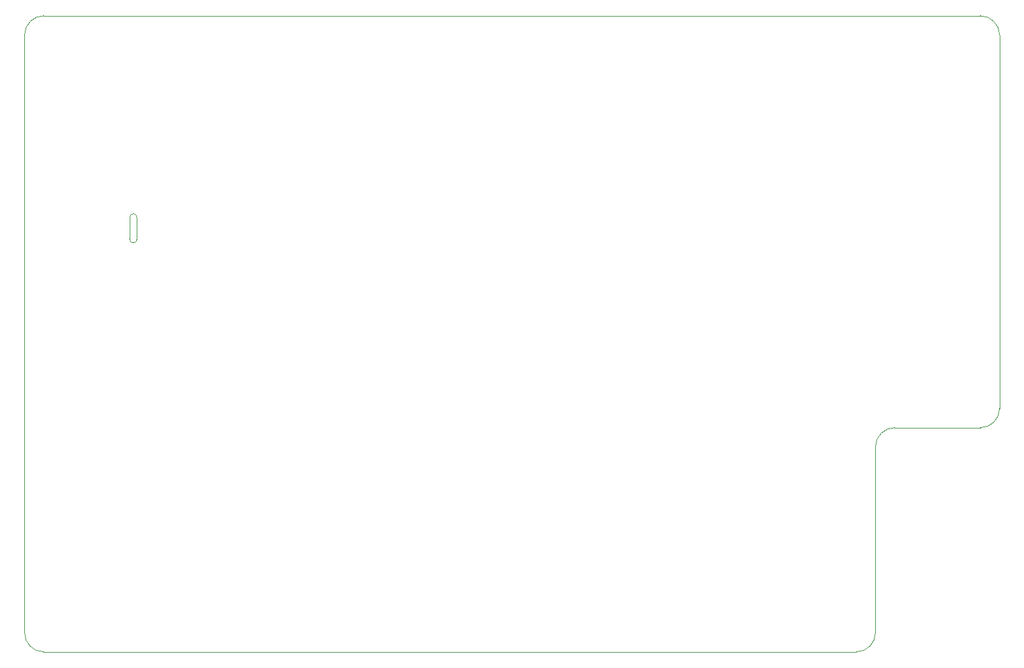
<source format=gm1>
G04 #@! TF.GenerationSoftware,KiCad,Pcbnew,(7.0.0)*
G04 #@! TF.CreationDate,2023-05-29T14:24:34+02:00*
G04 #@! TF.ProjectId,hamodule,68616d6f-6475-46c6-952e-6b696361645f,V.20230529.22*
G04 #@! TF.SameCoordinates,Original*
G04 #@! TF.FileFunction,Profile,NP*
%FSLAX46Y46*%
G04 Gerber Fmt 4.6, Leading zero omitted, Abs format (unit mm)*
G04 Created by KiCad (PCBNEW (7.0.0)) date 2023-05-29 14:24:34*
%MOMM*%
%LPD*%
G01*
G04 APERTURE LIST*
G04 #@! TA.AperFunction,Profile*
%ADD10C,0.050000*%
G04 #@! TD*
G04 APERTURE END LIST*
D10*
X150571200Y-32207200D02*
X26429200Y-32207200D01*
X23889200Y-113995200D02*
X23889200Y-34747200D01*
X23889201Y-113995200D02*
G75*
G03*
X26429200Y-116537198I2541999J0D01*
G01*
X37808400Y-61823600D02*
G75*
G03*
X38773600Y-61823600I482600J0D01*
G01*
X38778700Y-58928000D02*
G75*
G03*
X37813500Y-58928000I-482600J0D01*
G01*
X136663204Y-89357200D02*
X136665200Y-113995200D01*
X153109200Y-34747199D02*
G75*
G03*
X150571200Y-32207201I-2540000J-1D01*
G01*
X26429200Y-32207200D02*
G75*
G03*
X23889200Y-34747200I0J-2540000D01*
G01*
X150569204Y-86817204D02*
G75*
G03*
X153109204Y-84277199I-4J2540004D01*
G01*
X37813500Y-58928000D02*
X37808400Y-61823600D01*
X134125200Y-116535200D02*
X26429200Y-116537200D01*
X139203204Y-86817200D02*
X150569204Y-86817199D01*
X139203204Y-86817204D02*
G75*
G03*
X136663204Y-89357200I-4J-2539996D01*
G01*
X153109204Y-34747199D02*
X153109204Y-84277199D01*
X134125200Y-116535200D02*
G75*
G03*
X136665200Y-113995200I0J2540000D01*
G01*
X38773600Y-61823600D02*
X38778700Y-58928000D01*
M02*

</source>
